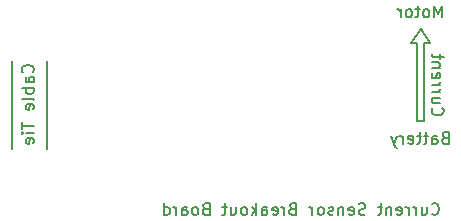
<source format=gbo>
G04 #@! TF.GenerationSoftware,KiCad,Pcbnew,(6.0.0)*
G04 #@! TF.CreationDate,2022-01-04T09:55:11+00:00*
G04 #@! TF.ProjectId,LEM_Breakout_Board,4c454d5f-4272-4656-916b-6f75745f426f,rev?*
G04 #@! TF.SameCoordinates,Original*
G04 #@! TF.FileFunction,Legend,Bot*
G04 #@! TF.FilePolarity,Positive*
%FSLAX46Y46*%
G04 Gerber Fmt 4.6, Leading zero omitted, Abs format (unit mm)*
G04 Created by KiCad (PCBNEW (6.0.0)) date 2022-01-04 09:55:11*
%MOMM*%
%LPD*%
G01*
G04 APERTURE LIST*
%ADD10C,0.150000*%
%ADD11C,0.200000*%
G04 APERTURE END LIST*
D10*
X143800000Y-93620000D02*
X144300000Y-93620000D01*
X143800000Y-100220000D02*
X143800000Y-93620000D01*
X144300000Y-93620000D02*
X143500000Y-92420000D01*
X143200000Y-100220000D02*
X143800000Y-100220000D01*
X142700000Y-93620000D02*
X143200000Y-93620000D01*
X143500000Y-92420000D02*
X142700000Y-93620000D01*
X143200000Y-93620000D02*
X143200000Y-100220000D01*
X111900000Y-95120000D02*
X111900000Y-102620000D01*
X108900000Y-95120000D02*
X108900000Y-102620000D01*
X144542857Y-99128571D02*
X144495238Y-99176190D01*
X144447619Y-99319047D01*
X144447619Y-99414285D01*
X144495238Y-99557142D01*
X144590476Y-99652380D01*
X144685714Y-99700000D01*
X144876190Y-99747619D01*
X145019047Y-99747619D01*
X145209523Y-99700000D01*
X145304761Y-99652380D01*
X145400000Y-99557142D01*
X145447619Y-99414285D01*
X145447619Y-99319047D01*
X145400000Y-99176190D01*
X145352380Y-99128571D01*
X145114285Y-98271428D02*
X144447619Y-98271428D01*
X145114285Y-98700000D02*
X144590476Y-98700000D01*
X144495238Y-98652380D01*
X144447619Y-98557142D01*
X144447619Y-98414285D01*
X144495238Y-98319047D01*
X144542857Y-98271428D01*
X144447619Y-97795238D02*
X145114285Y-97795238D01*
X144923809Y-97795238D02*
X145019047Y-97747619D01*
X145066666Y-97700000D01*
X145114285Y-97604761D01*
X145114285Y-97509523D01*
X144447619Y-97176190D02*
X145114285Y-97176190D01*
X144923809Y-97176190D02*
X145019047Y-97128571D01*
X145066666Y-97080952D01*
X145114285Y-96985714D01*
X145114285Y-96890476D01*
X144495238Y-96176190D02*
X144447619Y-96271428D01*
X144447619Y-96461904D01*
X144495238Y-96557142D01*
X144590476Y-96604761D01*
X144971428Y-96604761D01*
X145066666Y-96557142D01*
X145114285Y-96461904D01*
X145114285Y-96271428D01*
X145066666Y-96176190D01*
X144971428Y-96128571D01*
X144876190Y-96128571D01*
X144780952Y-96604761D01*
X145114285Y-95700000D02*
X144447619Y-95700000D01*
X145019047Y-95700000D02*
X145066666Y-95652380D01*
X145114285Y-95557142D01*
X145114285Y-95414285D01*
X145066666Y-95319047D01*
X144971428Y-95271428D01*
X144447619Y-95271428D01*
X145114285Y-94938095D02*
X145114285Y-94557142D01*
X145447619Y-94795238D02*
X144590476Y-94795238D01*
X144495238Y-94747619D01*
X144447619Y-94652380D01*
X144447619Y-94557142D01*
X145571428Y-101628571D02*
X145428571Y-101676190D01*
X145380952Y-101723809D01*
X145333333Y-101819047D01*
X145333333Y-101961904D01*
X145380952Y-102057142D01*
X145428571Y-102104761D01*
X145523809Y-102152380D01*
X145904761Y-102152380D01*
X145904761Y-101152380D01*
X145571428Y-101152380D01*
X145476190Y-101200000D01*
X145428571Y-101247619D01*
X145380952Y-101342857D01*
X145380952Y-101438095D01*
X145428571Y-101533333D01*
X145476190Y-101580952D01*
X145571428Y-101628571D01*
X145904761Y-101628571D01*
X144476190Y-102152380D02*
X144476190Y-101628571D01*
X144523809Y-101533333D01*
X144619047Y-101485714D01*
X144809523Y-101485714D01*
X144904761Y-101533333D01*
X144476190Y-102104761D02*
X144571428Y-102152380D01*
X144809523Y-102152380D01*
X144904761Y-102104761D01*
X144952380Y-102009523D01*
X144952380Y-101914285D01*
X144904761Y-101819047D01*
X144809523Y-101771428D01*
X144571428Y-101771428D01*
X144476190Y-101723809D01*
X144142857Y-101485714D02*
X143761904Y-101485714D01*
X144000000Y-101152380D02*
X144000000Y-102009523D01*
X143952380Y-102104761D01*
X143857142Y-102152380D01*
X143761904Y-102152380D01*
X143571428Y-101485714D02*
X143190476Y-101485714D01*
X143428571Y-101152380D02*
X143428571Y-102009523D01*
X143380952Y-102104761D01*
X143285714Y-102152380D01*
X143190476Y-102152380D01*
X142476190Y-102104761D02*
X142571428Y-102152380D01*
X142761904Y-102152380D01*
X142857142Y-102104761D01*
X142904761Y-102009523D01*
X142904761Y-101628571D01*
X142857142Y-101533333D01*
X142761904Y-101485714D01*
X142571428Y-101485714D01*
X142476190Y-101533333D01*
X142428571Y-101628571D01*
X142428571Y-101723809D01*
X142904761Y-101819047D01*
X142000000Y-102152380D02*
X142000000Y-101485714D01*
X142000000Y-101676190D02*
X141952380Y-101580952D01*
X141904761Y-101533333D01*
X141809523Y-101485714D01*
X141714285Y-101485714D01*
X141476190Y-101485714D02*
X141238095Y-102152380D01*
X141000000Y-101485714D02*
X141238095Y-102152380D01*
X141333333Y-102390476D01*
X141380952Y-102438095D01*
X141476190Y-102485714D01*
D11*
X110657142Y-96105714D02*
X110704761Y-96058095D01*
X110752380Y-95915238D01*
X110752380Y-95820000D01*
X110704761Y-95677142D01*
X110609523Y-95581904D01*
X110514285Y-95534285D01*
X110323809Y-95486666D01*
X110180952Y-95486666D01*
X109990476Y-95534285D01*
X109895238Y-95581904D01*
X109800000Y-95677142D01*
X109752380Y-95820000D01*
X109752380Y-95915238D01*
X109800000Y-96058095D01*
X109847619Y-96105714D01*
X110752380Y-96962857D02*
X110228571Y-96962857D01*
X110133333Y-96915238D01*
X110085714Y-96820000D01*
X110085714Y-96629523D01*
X110133333Y-96534285D01*
X110704761Y-96962857D02*
X110752380Y-96867619D01*
X110752380Y-96629523D01*
X110704761Y-96534285D01*
X110609523Y-96486666D01*
X110514285Y-96486666D01*
X110419047Y-96534285D01*
X110371428Y-96629523D01*
X110371428Y-96867619D01*
X110323809Y-96962857D01*
X110752380Y-97439047D02*
X109752380Y-97439047D01*
X110133333Y-97439047D02*
X110085714Y-97534285D01*
X110085714Y-97724761D01*
X110133333Y-97820000D01*
X110180952Y-97867619D01*
X110276190Y-97915238D01*
X110561904Y-97915238D01*
X110657142Y-97867619D01*
X110704761Y-97820000D01*
X110752380Y-97724761D01*
X110752380Y-97534285D01*
X110704761Y-97439047D01*
X110752380Y-98486666D02*
X110704761Y-98391428D01*
X110609523Y-98343809D01*
X109752380Y-98343809D01*
X110704761Y-99248571D02*
X110752380Y-99153333D01*
X110752380Y-98962857D01*
X110704761Y-98867619D01*
X110609523Y-98820000D01*
X110228571Y-98820000D01*
X110133333Y-98867619D01*
X110085714Y-98962857D01*
X110085714Y-99153333D01*
X110133333Y-99248571D01*
X110228571Y-99296190D01*
X110323809Y-99296190D01*
X110419047Y-98820000D01*
X109752380Y-100343809D02*
X109752380Y-100915238D01*
X110752380Y-100629523D02*
X109752380Y-100629523D01*
X110752380Y-101248571D02*
X110085714Y-101248571D01*
X109752380Y-101248571D02*
X109800000Y-101200952D01*
X109847619Y-101248571D01*
X109800000Y-101296190D01*
X109752380Y-101248571D01*
X109847619Y-101248571D01*
X110704761Y-102105714D02*
X110752380Y-102010476D01*
X110752380Y-101820000D01*
X110704761Y-101724761D01*
X110609523Y-101677142D01*
X110228571Y-101677142D01*
X110133333Y-101724761D01*
X110085714Y-101820000D01*
X110085714Y-102010476D01*
X110133333Y-102105714D01*
X110228571Y-102153333D01*
X110323809Y-102153333D01*
X110419047Y-101677142D01*
D10*
X145333333Y-91452380D02*
X145333333Y-90452380D01*
X145000000Y-91166666D01*
X144666666Y-90452380D01*
X144666666Y-91452380D01*
X144047619Y-91452380D02*
X144142857Y-91404761D01*
X144190476Y-91357142D01*
X144238095Y-91261904D01*
X144238095Y-90976190D01*
X144190476Y-90880952D01*
X144142857Y-90833333D01*
X144047619Y-90785714D01*
X143904761Y-90785714D01*
X143809523Y-90833333D01*
X143761904Y-90880952D01*
X143714285Y-90976190D01*
X143714285Y-91261904D01*
X143761904Y-91357142D01*
X143809523Y-91404761D01*
X143904761Y-91452380D01*
X144047619Y-91452380D01*
X143428571Y-90785714D02*
X143047619Y-90785714D01*
X143285714Y-90452380D02*
X143285714Y-91309523D01*
X143238095Y-91404761D01*
X143142857Y-91452380D01*
X143047619Y-91452380D01*
X142571428Y-91452380D02*
X142666666Y-91404761D01*
X142714285Y-91357142D01*
X142761904Y-91261904D01*
X142761904Y-90976190D01*
X142714285Y-90880952D01*
X142666666Y-90833333D01*
X142571428Y-90785714D01*
X142428571Y-90785714D01*
X142333333Y-90833333D01*
X142285714Y-90880952D01*
X142238095Y-90976190D01*
X142238095Y-91261904D01*
X142285714Y-91357142D01*
X142333333Y-91404761D01*
X142428571Y-91452380D01*
X142571428Y-91452380D01*
X141809523Y-91452380D02*
X141809523Y-90785714D01*
X141809523Y-90976190D02*
X141761904Y-90880952D01*
X141714285Y-90833333D01*
X141619047Y-90785714D01*
X141523809Y-90785714D01*
X144447619Y-108077142D02*
X144495238Y-108124761D01*
X144638095Y-108172380D01*
X144733333Y-108172380D01*
X144876190Y-108124761D01*
X144971428Y-108029523D01*
X145019047Y-107934285D01*
X145066666Y-107743809D01*
X145066666Y-107600952D01*
X145019047Y-107410476D01*
X144971428Y-107315238D01*
X144876190Y-107220000D01*
X144733333Y-107172380D01*
X144638095Y-107172380D01*
X144495238Y-107220000D01*
X144447619Y-107267619D01*
X143590476Y-107505714D02*
X143590476Y-108172380D01*
X144019047Y-107505714D02*
X144019047Y-108029523D01*
X143971428Y-108124761D01*
X143876190Y-108172380D01*
X143733333Y-108172380D01*
X143638095Y-108124761D01*
X143590476Y-108077142D01*
X143114285Y-108172380D02*
X143114285Y-107505714D01*
X143114285Y-107696190D02*
X143066666Y-107600952D01*
X143019047Y-107553333D01*
X142923809Y-107505714D01*
X142828571Y-107505714D01*
X142495238Y-108172380D02*
X142495238Y-107505714D01*
X142495238Y-107696190D02*
X142447619Y-107600952D01*
X142400000Y-107553333D01*
X142304761Y-107505714D01*
X142209523Y-107505714D01*
X141495238Y-108124761D02*
X141590476Y-108172380D01*
X141780952Y-108172380D01*
X141876190Y-108124761D01*
X141923809Y-108029523D01*
X141923809Y-107648571D01*
X141876190Y-107553333D01*
X141780952Y-107505714D01*
X141590476Y-107505714D01*
X141495238Y-107553333D01*
X141447619Y-107648571D01*
X141447619Y-107743809D01*
X141923809Y-107839047D01*
X141019047Y-107505714D02*
X141019047Y-108172380D01*
X141019047Y-107600952D02*
X140971428Y-107553333D01*
X140876190Y-107505714D01*
X140733333Y-107505714D01*
X140638095Y-107553333D01*
X140590476Y-107648571D01*
X140590476Y-108172380D01*
X140257142Y-107505714D02*
X139876190Y-107505714D01*
X140114285Y-107172380D02*
X140114285Y-108029523D01*
X140066666Y-108124761D01*
X139971428Y-108172380D01*
X139876190Y-108172380D01*
X138828571Y-108124761D02*
X138685714Y-108172380D01*
X138447619Y-108172380D01*
X138352380Y-108124761D01*
X138304761Y-108077142D01*
X138257142Y-107981904D01*
X138257142Y-107886666D01*
X138304761Y-107791428D01*
X138352380Y-107743809D01*
X138447619Y-107696190D01*
X138638095Y-107648571D01*
X138733333Y-107600952D01*
X138780952Y-107553333D01*
X138828571Y-107458095D01*
X138828571Y-107362857D01*
X138780952Y-107267619D01*
X138733333Y-107220000D01*
X138638095Y-107172380D01*
X138400000Y-107172380D01*
X138257142Y-107220000D01*
X137447619Y-108124761D02*
X137542857Y-108172380D01*
X137733333Y-108172380D01*
X137828571Y-108124761D01*
X137876190Y-108029523D01*
X137876190Y-107648571D01*
X137828571Y-107553333D01*
X137733333Y-107505714D01*
X137542857Y-107505714D01*
X137447619Y-107553333D01*
X137400000Y-107648571D01*
X137400000Y-107743809D01*
X137876190Y-107839047D01*
X136971428Y-107505714D02*
X136971428Y-108172380D01*
X136971428Y-107600952D02*
X136923809Y-107553333D01*
X136828571Y-107505714D01*
X136685714Y-107505714D01*
X136590476Y-107553333D01*
X136542857Y-107648571D01*
X136542857Y-108172380D01*
X136114285Y-108124761D02*
X136019047Y-108172380D01*
X135828571Y-108172380D01*
X135733333Y-108124761D01*
X135685714Y-108029523D01*
X135685714Y-107981904D01*
X135733333Y-107886666D01*
X135828571Y-107839047D01*
X135971428Y-107839047D01*
X136066666Y-107791428D01*
X136114285Y-107696190D01*
X136114285Y-107648571D01*
X136066666Y-107553333D01*
X135971428Y-107505714D01*
X135828571Y-107505714D01*
X135733333Y-107553333D01*
X135114285Y-108172380D02*
X135209523Y-108124761D01*
X135257142Y-108077142D01*
X135304761Y-107981904D01*
X135304761Y-107696190D01*
X135257142Y-107600952D01*
X135209523Y-107553333D01*
X135114285Y-107505714D01*
X134971428Y-107505714D01*
X134876190Y-107553333D01*
X134828571Y-107600952D01*
X134780952Y-107696190D01*
X134780952Y-107981904D01*
X134828571Y-108077142D01*
X134876190Y-108124761D01*
X134971428Y-108172380D01*
X135114285Y-108172380D01*
X134352380Y-108172380D02*
X134352380Y-107505714D01*
X134352380Y-107696190D02*
X134304761Y-107600952D01*
X134257142Y-107553333D01*
X134161904Y-107505714D01*
X134066666Y-107505714D01*
X132638095Y-107648571D02*
X132495238Y-107696190D01*
X132447619Y-107743809D01*
X132400000Y-107839047D01*
X132400000Y-107981904D01*
X132447619Y-108077142D01*
X132495238Y-108124761D01*
X132590476Y-108172380D01*
X132971428Y-108172380D01*
X132971428Y-107172380D01*
X132638095Y-107172380D01*
X132542857Y-107220000D01*
X132495238Y-107267619D01*
X132447619Y-107362857D01*
X132447619Y-107458095D01*
X132495238Y-107553333D01*
X132542857Y-107600952D01*
X132638095Y-107648571D01*
X132971428Y-107648571D01*
X131971428Y-108172380D02*
X131971428Y-107505714D01*
X131971428Y-107696190D02*
X131923809Y-107600952D01*
X131876190Y-107553333D01*
X131780952Y-107505714D01*
X131685714Y-107505714D01*
X130971428Y-108124761D02*
X131066666Y-108172380D01*
X131257142Y-108172380D01*
X131352380Y-108124761D01*
X131400000Y-108029523D01*
X131400000Y-107648571D01*
X131352380Y-107553333D01*
X131257142Y-107505714D01*
X131066666Y-107505714D01*
X130971428Y-107553333D01*
X130923809Y-107648571D01*
X130923809Y-107743809D01*
X131400000Y-107839047D01*
X130066666Y-108172380D02*
X130066666Y-107648571D01*
X130114285Y-107553333D01*
X130209523Y-107505714D01*
X130400000Y-107505714D01*
X130495238Y-107553333D01*
X130066666Y-108124761D02*
X130161904Y-108172380D01*
X130400000Y-108172380D01*
X130495238Y-108124761D01*
X130542857Y-108029523D01*
X130542857Y-107934285D01*
X130495238Y-107839047D01*
X130400000Y-107791428D01*
X130161904Y-107791428D01*
X130066666Y-107743809D01*
X129590476Y-108172380D02*
X129590476Y-107172380D01*
X129495238Y-107791428D02*
X129209523Y-108172380D01*
X129209523Y-107505714D02*
X129590476Y-107886666D01*
X128638095Y-108172380D02*
X128733333Y-108124761D01*
X128780952Y-108077142D01*
X128828571Y-107981904D01*
X128828571Y-107696190D01*
X128780952Y-107600952D01*
X128733333Y-107553333D01*
X128638095Y-107505714D01*
X128495238Y-107505714D01*
X128400000Y-107553333D01*
X128352380Y-107600952D01*
X128304761Y-107696190D01*
X128304761Y-107981904D01*
X128352380Y-108077142D01*
X128400000Y-108124761D01*
X128495238Y-108172380D01*
X128638095Y-108172380D01*
X127447619Y-107505714D02*
X127447619Y-108172380D01*
X127876190Y-107505714D02*
X127876190Y-108029523D01*
X127828571Y-108124761D01*
X127733333Y-108172380D01*
X127590476Y-108172380D01*
X127495238Y-108124761D01*
X127447619Y-108077142D01*
X127114285Y-107505714D02*
X126733333Y-107505714D01*
X126971428Y-107172380D02*
X126971428Y-108029523D01*
X126923809Y-108124761D01*
X126828571Y-108172380D01*
X126733333Y-108172380D01*
X125304761Y-107648571D02*
X125161904Y-107696190D01*
X125114285Y-107743809D01*
X125066666Y-107839047D01*
X125066666Y-107981904D01*
X125114285Y-108077142D01*
X125161904Y-108124761D01*
X125257142Y-108172380D01*
X125638095Y-108172380D01*
X125638095Y-107172380D01*
X125304761Y-107172380D01*
X125209523Y-107220000D01*
X125161904Y-107267619D01*
X125114285Y-107362857D01*
X125114285Y-107458095D01*
X125161904Y-107553333D01*
X125209523Y-107600952D01*
X125304761Y-107648571D01*
X125638095Y-107648571D01*
X124495238Y-108172380D02*
X124590476Y-108124761D01*
X124638095Y-108077142D01*
X124685714Y-107981904D01*
X124685714Y-107696190D01*
X124638095Y-107600952D01*
X124590476Y-107553333D01*
X124495238Y-107505714D01*
X124352380Y-107505714D01*
X124257142Y-107553333D01*
X124209523Y-107600952D01*
X124161904Y-107696190D01*
X124161904Y-107981904D01*
X124209523Y-108077142D01*
X124257142Y-108124761D01*
X124352380Y-108172380D01*
X124495238Y-108172380D01*
X123304761Y-108172380D02*
X123304761Y-107648571D01*
X123352380Y-107553333D01*
X123447619Y-107505714D01*
X123638095Y-107505714D01*
X123733333Y-107553333D01*
X123304761Y-108124761D02*
X123400000Y-108172380D01*
X123638095Y-108172380D01*
X123733333Y-108124761D01*
X123780952Y-108029523D01*
X123780952Y-107934285D01*
X123733333Y-107839047D01*
X123638095Y-107791428D01*
X123400000Y-107791428D01*
X123304761Y-107743809D01*
X122828571Y-108172380D02*
X122828571Y-107505714D01*
X122828571Y-107696190D02*
X122780952Y-107600952D01*
X122733333Y-107553333D01*
X122638095Y-107505714D01*
X122542857Y-107505714D01*
X121780952Y-108172380D02*
X121780952Y-107172380D01*
X121780952Y-108124761D02*
X121876190Y-108172380D01*
X122066666Y-108172380D01*
X122161904Y-108124761D01*
X122209523Y-108077142D01*
X122257142Y-107981904D01*
X122257142Y-107696190D01*
X122209523Y-107600952D01*
X122161904Y-107553333D01*
X122066666Y-107505714D01*
X121876190Y-107505714D01*
X121780952Y-107553333D01*
M02*

</source>
